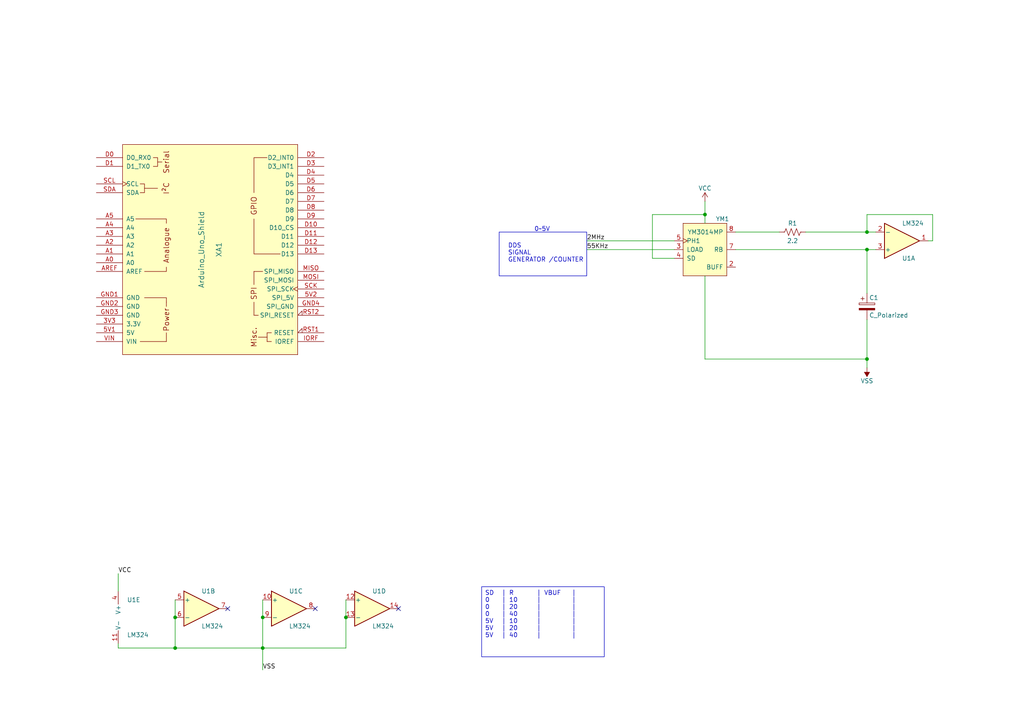
<source format=kicad_sch>
(kicad_sch (version 20230121) (generator eeschema)
  (paper "A4")
  (lib_symbols
    (symbol "Amplifier_Operational:LM324" (pin_names (offset 0.127))
      (property "Reference" "U" (at 0 5.08 0))
      (property "Value" "LM324" (at 0 -5.08 0))
      (symbol "LM324_1_1"
        (polyline (pts (xy -5.08 5.08) (xy 5.08 0) (xy -5.08 -5.08) (xy -5.08 5.08)) (stroke (width 0.254)) (fill (type background)))
        (pin output line (at 7.62 0 180) (length 2.54) (name "~") (number "1"))
        (pin input line (at -7.62 -2.54 0) (length 2.54) (name "-") (number "2"))
        (pin input line (at -7.62 2.54 0) (length 2.54) (name "+") (number "3"))
      )
      (symbol "LM324_2_1"
        (polyline (pts (xy -5.08 5.08) (xy 5.08 0) (xy -5.08 -5.08) (xy -5.08 5.08)) (stroke (width 0.254)) (fill (type background)))
        (pin input line (at -7.62 2.54 0) (length 2.54) (name "+") (number "5"))
        (pin input line (at -7.62 -2.54 0) (length 2.54) (name "-") (number "6"))
        (pin output line (at 7.62 0 180) (length 2.54) (name "~") (number "7"))
      )
      (symbol "LM324_3_1"
        (polyline (pts (xy -5.08 5.08) (xy 5.08 0) (xy -5.08 -5.08) (xy -5.08 5.08)) (stroke (width 0.254)) (fill (type background)))
        (pin input line (at -7.62 2.54 0) (length 2.54) (name "+") (number "10"))
        (pin output line (at 7.62 0 180) (length 2.54) (name "~") (number "8"))
        (pin input line (at -7.62 -2.54 0) (length 2.54) (name "-") (number "9"))
      )
      (symbol "LM324_4_1"
        (polyline (pts (xy -5.08 5.08) (xy 5.08 0) (xy -5.08 -5.08) (xy -5.08 5.08)) (stroke (width 0.254)) (fill (type background)))
        (pin input line (at -7.62 2.54 0) (length 2.54) (name "+") (number "12"))
        (pin input line (at -7.62 -2.54 0) (length 2.54) (name "-") (number "13"))
        (pin output line (at 7.62 0 180) (length 2.54) (name "~") (number "14"))
      )
      (symbol "LM324_5_1"
        (pin power_in line (at -2.54 -7.62 90) (length 3.81) (name "V-") (number "11"))
        (pin power_in line (at -2.54 7.62 270) (length 3.81) (name "V+") (number "4"))
      )
    )
    (symbol "Device:C_Polarized" (pin_numbers hide) (pin_names (offset 0.254))
      (property "Reference" "C" (at 0.635 2.54 0))
      (property "Value" "C_Polarized" (at 0.635 -2.54 0))
      (symbol "C_Polarized_0_1"
        (rectangle (start -2.286 0.508) (end 2.286 1.016))
        (polyline (pts (xy -1.778 2.286) (xy -0.762 2.286)))
        (polyline (pts (xy -1.27 2.794) (xy -1.27 1.778)))
        (rectangle (start 2.286 -0.508) (end -2.286 -1.016) (fill (type outline)))
      )
      (symbol "C_Polarized_1_1"
        (pin passive line (at 0 3.81 270) (length 2.794) (name "~") (number "1"))
        (pin passive line (at 0 -3.81 90) (length 2.794) (name "~") (number "2"))
      )
    )
    (symbol "Device:R_US" (pin_numbers hide) (pin_names (offset 0))
      (property "Reference" "R" (at 2.54 0 90))
      (property "Value" "R_US" (at -2.54 0 90))
      (symbol "R_US_0_1"
        (polyline (pts (xy 0 -2.286) (xy 0 -2.54)))
        (polyline (pts (xy 0 2.286) (xy 0 2.54)))
        (polyline (pts (xy 0 -0.762) (xy 1.016 -1.143) (xy 0 -1.524) (xy -1.016 -1.905) (xy 0 -2.286)))
        (polyline (pts (xy 0 0.762) (xy 1.016 0.381) (xy 0 0) (xy -1.016 -0.381) (xy 0 -0.762)))
        (polyline (pts (xy 0 2.286) (xy 1.016 1.905) (xy 0 1.524) (xy -1.016 1.143) (xy 0 0.762)))
      )
      (symbol "R_US_1_1"
        (pin passive line (at 0 3.81 270) (length 1.27) (name "~") (number "1"))
        (pin passive line (at 0 -3.81 90) (length 1.27) (name "~") (number "2"))
      )
    )
    (symbol "arduino:Arduino_Uno_Shield" (pin_names (offset 1.016))
      (property "Reference" "XA" (at 2.54 0 90))
      (property "Value" "Arduino_Uno_Shield" (at -2.54 0 90))
      (symbol "Arduino_Uno_Shield_0_0"
        (rectangle (start -25.4 30.48) (end 25.4 -30.48) (fill (type background)))
        (rectangle (start -20.32 -26.67) (end -12.7 -26.67))
        (rectangle (start -19.05 -13.97) (end -12.7 -13.97))
        (polyline (pts (xy -19.05 17.78) (xy -15.24 17.78)))
        (polyline (pts (xy -15.24 25.4) (xy -13.97 25.4)))
        (polyline (pts (xy -12.7 -26.67) (xy -12.7 -24.13)))
        (polyline (pts (xy -12.7 -15.24) (xy -12.7 -16.51)))
        (polyline (pts (xy -12.7 -13.97) (xy -12.7 -15.24)))
        (polyline (pts (xy -12.7 -5.08) (xy -12.7 -6.35) (xy -19.05 -6.35)))
        (polyline (pts (xy -12.7 7.62) (xy -12.7 8.89) (xy -21.59 8.89)))
        (polyline (pts (xy 12.7 8.89) (xy 12.7 -1.27) (xy 20.32 -1.27)))
        (polyline (pts (xy 12.7 16.51) (xy 12.7 26.67) (xy 16.51 26.67)))
        (polyline (pts (xy -20.32 19.05) (xy -19.05 19.05) (xy -19.05 16.51) (xy -20.32 16.51)))
        (polyline (pts (xy -16.51 26.67) (xy -15.24 26.67) (xy -15.24 24.13) (xy -16.51 24.13)))
        (rectangle (start 12.7 -19.05) (end 12.7 -15.24))
        (rectangle (start 12.7 -10.16) (end 12.7 -6.35))
        (rectangle (start 13.97 -19.05) (end 12.7 -19.05))
        (rectangle (start 15.24 -6.35) (end 12.7 -6.35))
        (rectangle (start 16.51 -25.4) (end 13.97 -25.4))
        (rectangle (start 16.51 -24.13) (end 16.51 -26.67))
        (rectangle (start 17.78 -26.67) (end 16.51 -26.67))
        (rectangle (start 17.78 -24.13) (end 16.51 -24.13))
        (text "Analogue" (at -12.7 1.27 900) (effects (font (size 1.524 1.524))))
        (text "I²C" (at -12.7 17.78 900) (effects (font (size 1.524 1.524))))
        (text "Misc." (at 12.7 -25.4 900) (effects (font (size 1.524 1.524))))
        (text "Power" (at -12.7 -20.32 900) (effects (font (size 1.524 1.524))))
        (text "Serial" (at -12.7 25.4 900) (effects (font (size 1.524 1.524))))
        (text "SPI" (at 12.7 -12.7 900) (effects (font (size 1.524 1.524))))
      )
      (symbol "Arduino_Uno_Shield_1_0"
        (text "GPIO" (at 12.7 12.7 900) (effects (font (size 1.524 1.524))))
      )
      (symbol "Arduino_Uno_Shield_1_1"
        (pin power_in line (at -33.02 -21.59 0) (length 7.62) (name "3.3V") (number "3V3"))
        (pin power_in line (at -33.02 -24.13 0) (length 7.62) (name "5V") (number "5V1"))
        (pin power_in line (at 33.02 -13.97 180) (length 7.62) (name "SPI_5V") (number "5V2"))
        (pin bidirectional line (at -33.02 -3.81 0) (length 7.62) (name "A0") (number "A0"))
        (pin bidirectional line (at -33.02 -1.27 0) (length 7.62) (name "A1") (number "A1"))
        (pin bidirectional line (at -33.02 1.27 0) (length 7.62) (name "A2") (number "A2"))
        (pin bidirectional line (at -33.02 3.81 0) (length 7.62) (name "A3") (number "A3"))
        (pin bidirectional line (at -33.02 6.35 0) (length 7.62) (name "A4") (number "A4"))
        (pin bidirectional line (at -33.02 8.89 0) (length 7.62) (name "A5") (number "A5"))
        (pin input line (at -33.02 -6.35 0) (length 7.62) (name "AREF") (number "AREF"))
        (pin bidirectional line (at -33.02 26.67 0) (length 7.62) (name "D0_RX0") (number "D0"))
        (pin bidirectional line (at -33.02 24.13 0) (length 7.62) (name "D1_TX0") (number "D1"))
        (pin bidirectional line (at 33.02 6.35 180) (length 7.62) (name "D10_CS") (number "D10"))
        (pin bidirectional line (at 33.02 3.81 180) (length 7.62) (name "D11") (number "D11"))
        (pin bidirectional line (at 33.02 1.27 180) (length 7.62) (name "D12") (number "D12"))
        (pin bidirectional line (at 33.02 -1.27 180) (length 7.62) (name "D13") (number "D13"))
        (pin bidirectional line (at 33.02 26.67 180) (length 7.62) (name "D2_INT0") (number "D2"))
        (pin bidirectional line (at 33.02 24.13 180) (length 7.62) (name "D3_INT1") (number "D3"))
        (pin bidirectional line (at 33.02 21.59 180) (length 7.62) (name "D4") (number "D4"))
        (pin bidirectional line (at 33.02 19.05 180) (length 7.62) (name "D5") (number "D5"))
        (pin bidirectional line (at 33.02 16.51 180) (length 7.62) (name "D6") (number "D6"))
        (pin bidirectional line (at 33.02 13.97 180) (length 7.62) (name "D7") (number "D7"))
        (pin bidirectional line (at 33.02 11.43 180) (length 7.62) (name "D8") (number "D8"))
        (pin bidirectional line (at 33.02 8.89 180) (length 7.62) (name "D9") (number "D9"))
        (pin power_in line (at -33.02 -13.97 0) (length 7.62) (name "GND") (number "GND1"))
        (pin power_in line (at -33.02 -16.51 0) (length 7.62) (name "GND") (number "GND2"))
        (pin power_in line (at -33.02 -19.05 0) (length 7.62) (name "GND") (number "GND3"))
        (pin power_in line (at 33.02 -16.51 180) (length 7.62) (name "SPI_GND") (number "GND4"))
        (pin output line (at 33.02 -26.67 180) (length 7.62) (name "IOREF") (number "IORF"))
        (pin input line (at 33.02 -6.35 180) (length 7.62) (name "SPI_MISO") (number "MISO"))
        (pin output line (at 33.02 -8.89 180) (length 7.62) (name "SPI_MOSI") (number "MOSI"))
        (pin open_collector input_low (at 33.02 -24.13 180) (length 7.62) (name "RESET") (number "RST1"))
        (pin open_collector input_low (at 33.02 -19.05 180) (length 7.62) (name "SPI_RESET") (number "RST2"))
        (pin output clock (at 33.02 -11.43 180) (length 7.62) (name "SPI_SCK") (number "SCK"))
        (pin bidirectional clock (at -33.02 19.05 0) (length 7.62) (name "SCL") (number "SCL"))
        (pin bidirectional line (at -33.02 16.51 0) (length 7.62) (name "SDA") (number "SDA"))
        (pin power_in line (at -33.02 -26.67 0) (length 7.62) (name "VIN") (number "VIN"))
      )
    )
    (symbol "power:VCC" (power) (pin_names (offset 0))
      (property "Value" "VCC" (at 0 3.81 0))
      (symbol "VCC_0_1"
        (polyline (pts (xy -0.762 1.27) (xy 0 2.54)))
        (polyline (pts (xy 0 0) (xy 0 2.54)))
        (polyline (pts (xy 0 2.54) (xy 0.762 1.27)))
      )
      (symbol "VCC_1_1"
        (pin power_in line (at 0 0 90) (length 0) hide (name "VCC") (number "1"))
      )
    )
    (symbol "power:VSS" (power) (pin_names (offset 0))
      (property "Value" "VSS" (at 0 3.81 0))
      (symbol "VSS_0_1"
        (polyline (pts (xy 0 0) (xy 0 2.54)))
        (polyline (pts (xy 0.762 1.27) (xy -0.762 1.27) (xy 0 2.54) (xy 0.762 1.27)) (fill (type outline)))
      )
      (symbol "VSS_1_1"
        (pin power_in line (at 0 0 90) (length 0) hide (name "VSS") (number "1"))
      )
    )
    (symbol "yamaha:YM3014" (pin_names (offset 1.016))
      (property "Reference" "YM" (at -2.54 15.24 0))
      (property "Value" "YM3014" (at 0 12.7 0))
      (symbol "YM3014_0_1"
        (rectangle (start -5.08 11.43) (end 7.62 -3.81) (fill (type background)))
      )
      (symbol "YM3014_1_1"
        (pin power_in line (at 1.27 11.43 270) (length 2.54) hide (name "VCC") (number "1"))
        (pin output line (at 10.16 -1.27 180) (length 2.54) (name "BUFF") (number "2"))
        (pin input line (at -7.62 3.81 0) (length 2.54) (name "LOAD") (number "3"))
        (pin input line (at -7.62 1.27 0) (length 2.54) (name "SD") (number "4"))
        (pin input clock (at -7.62 6.35 0) (length 2.54) (name "PH1") (number "5"))
        (pin power_in line (at 1.27 -3.81 90) (length 2.54) hide (name "VSS") (number "6"))
        (pin output line (at 10.16 3.81 180) (length 2.54) (name "RB") (number "7"))
        (pin bidirectional line (at 10.16 8.89 180) (length 2.54) (name "MP") (number "8"))
      )
    )
  )
  (junction (at 251.46 72.39))
  (junction (at 50.8 187.96))
  (junction (at 251.46 67.31))
  (junction (at 76.2 187.96))
  (junction (at 100.33 179.07))
  (junction (at 204.47 62.23))
  (junction (at 251.46 104.14))
  (junction (at 50.8 179.07))
  (junction (at 76.2 179.07))
  (no_connect (at 91.44 176.53))
  (no_connect (at 66.04 176.53))
  (no_connect (at 115.57 176.53))
  (wire (pts (xy 204.47 80.01) (xy 204.47 104.14)))
  (wire (pts (xy 254 72.39) (xy 251.46 72.39)))
  (wire (pts (xy 204.47 62.23) (xy 204.47 64.77)))
  (wire (pts (xy 251.46 67.31) (xy 251.46 62.23)))
  (wire (pts (xy 50.8 187.96) (xy 76.2 187.96)))
  (wire (pts (xy 213.36 72.39) (xy 251.46 72.39)))
  (wire (pts (xy 204.47 58.42) (xy 204.47 62.23)))
  (wire (pts (xy 233.68 67.31) (xy 251.46 67.31)))
  (wire (pts (xy 76.2 187.96) (xy 76.2 179.07)))
  (wire (pts (xy 76.2 187.96) (xy 100.33 187.96)))
  (wire (pts (xy 100.33 179.07) (xy 100.33 173.99)))
  (wire (pts (xy 251.46 92.71) (xy 251.46 104.14)))
  (wire (pts (xy 34.29 186.69) (xy 34.29 187.96)))
  (wire (pts (xy 251.46 72.39) (xy 251.46 85.09)))
  (wire (pts (xy 254 67.31) (xy 251.46 67.31)))
  (wire (pts (xy 100.33 187.96) (xy 100.33 179.07)))
  (wire (pts (xy 251.46 104.14) (xy 251.46 106.68)))
  (wire (pts (xy 34.29 166.37) (xy 34.29 171.45)))
  (wire (pts (xy 213.36 67.31) (xy 226.06 67.31)))
  (wire (pts (xy 50.8 179.07) (xy 50.8 187.96)))
  (wire (pts (xy 34.29 187.96) (xy 50.8 187.96)))
  (wire (pts (xy 270.51 69.85) (xy 269.24 69.85)))
  (wire (pts (xy 204.47 104.14) (xy 251.46 104.14)))
  (wire (pts (xy 50.8 173.99) (xy 50.8 179.07)))
  (wire (pts (xy 170.18 69.85) (xy 195.58 69.85)))
  (wire (pts (xy 76.2 187.96) (xy 76.2 194.31)))
  (wire (pts (xy 251.46 62.23) (xy 270.51 62.23)))
  (wire (pts (xy 270.51 62.23) (xy 270.51 69.85)))
  (wire (pts (xy 189.23 74.93) (xy 195.58 74.93)))
  (wire (pts (xy 189.23 62.23) (xy 204.47 62.23)))
  (wire (pts (xy 189.23 74.93) (xy 189.23 62.23)))
  (wire (pts (xy 76.2 179.07) (xy 76.2 173.99)))
  (wire (pts (xy 170.18 72.39) (xy 195.58 72.39)))
  (rectangle (start 144.78 67.31) (end 170.18 80.01))
  (text_box "SD	| R		| VBUF	|\n0	| 10	|		|\n0	| 20	|		|\n0	| 40	|		|\n5V	| 10	|		|\n5V	| 20	|		|\n5V	| 40	|		|" (at 139.7 170.18 0) (size 35.56 20.32) (effects (font (size 1.27 1.27)) (justify left top)))
  (text "0~5V\n" (at 154.94 67.31 0) (effects (font (size 1.27 1.27)) (justify left bottom)))
  (text "DDS \nSIGNAL \nGENERATOR /COUNTER" (at 147.32 76.2 0) (effects (font (size 1.27 1.27)) (justify left bottom)))
  (label "55KHz" (at 170.18 72.39 0))
  (label "VSS" (at 76.2 194.31 0))
  (label "VCC" (at 34.29 166.37 0))
  (label "2MHz" (at 170.18 69.85 0))
  (symbol (lib_id "Device:R_US") (at 229.87 67.31 90) (unit 1)
    (property "Reference" "R1" (at 229.87 64.77 90))
    (property "Value" "2.2" (at 229.87 69.85 90))
  )
  (symbol (lib_id "Amplifier_Operational:LM324") (at 58.42 176.53 0) (unit 2)
    (property "Reference" "U1" (at 58.42 171.45 0) (effects (justify left)))
    (property "Value" "LM324" (at 58.42 181.61 0) (effects (justify left)))
    (property "Datasheet" "http://www.ti.com/lit/ds/symlink/lm2902-n.pdf" (effects hide))
  )
  (symbol (lib_id "Amplifier_Operational:LM324") (at 107.95 176.53 0) (unit 4)
    (property "Reference" "U1" (at 107.95 171.45 0) (effects (justify left)))
    (property "Value" "LM324" (at 107.95 181.61 0) (effects (justify left)))
    (property "Datasheet" "http://www.ti.com/lit/ds/symlink/lm2902-n.pdf" (effects hide))
  )
  (symbol (lib_id "power:VCC") (at 204.47 58.42 0) (unit 1)
    (property "Reference" "#PWR02" (effects hide))
    (property "Value" "VCC" (at 204.47 54.61 0))
  )
  (symbol (lib_id "power:VSS") (at 251.46 106.68 180) (unit 1)
    (property "Reference" "#PWR01" (effects hide))
    (property "Value" "VSS" (at 251.46 110.49 0))
  )
  (symbol (lib_id "Amplifier_Operational:LM324") (at 261.62 69.85 0) (mirror x) (unit 1)
    (property "Reference" "U1" (at 261.62 74.93 0) (effects (justify left)))
    (property "Value" "LM324" (at 261.62 64.77 0) (effects (justify left)))
    (property "Datasheet" "http://www.ti.com/lit/ds/symlink/lm2902-n.pdf" (effects hide))
  )
  (symbol (lib_id "Amplifier_Operational:LM324") (at 83.82 176.53 0) (unit 3)
    (property "Reference" "U1" (at 83.82 171.45 0) (effects (justify left)))
    (property "Value" "LM324" (at 83.82 181.61 0) (effects (justify left)))
    (property "Datasheet" "http://www.ti.com/lit/ds/symlink/lm2902-n.pdf" (effects hide))
  )
  (symbol (lib_id "Amplifier_Operational:LM324") (at 36.83 179.07 0) (unit 5)
    (property "Reference" "U1" (at 36.83 173.99 0) (effects (justify left)))
    (property "Value" "LM324" (at 36.83 184.15 0) (effects (justify left)))
    (property "Datasheet" "http://www.ti.com/lit/ds/symlink/lm2902-n.pdf" (effects hide))
  )
  (symbol (lib_id "arduino:Arduino_Uno_Shield") (at 60.96 72.39 0) (unit 1)
    (property "Reference" "XA1" (at 63.5 72.39 90) (effects (font (size 1.524 1.524))))
    (property "Value" "Arduino_Uno_Shield" (at 58.42 72.39 90) (effects (font (size 1.524 1.524))))
    (property "Datasheet" "https://store.arduino.cc/arduino-uno-rev3" (effects hide))
  )
  (symbol (lib_id "Device:C_Polarized") (at 251.46 88.9 0) (unit 1)
    (property "Reference" "C1" (at 252.095 86.36 0) (effects (justify left)))
    (property "Value" "C_Polarized" (at 252.095 91.44 0) (effects (justify left)))
  )
  (symbol (lib_id "yamaha:YM3014") (at 203.2 76.2 0) (unit 1)
    (property "Reference" "YM1" (at 209.55 63.5 0))
    (property "Value" "YM3014" (at 203.2 67.31 0))
    (property "Footprint" "Package_DIP:DIP-8_W7.62mm" (effects hide))
    (property "Datasheet" "https://pdf1.alldatasheet.com/datasheet-pdf/view/1132271/YAMAHA/YM3014B.html" (effects hide))
  )
)
</source>
